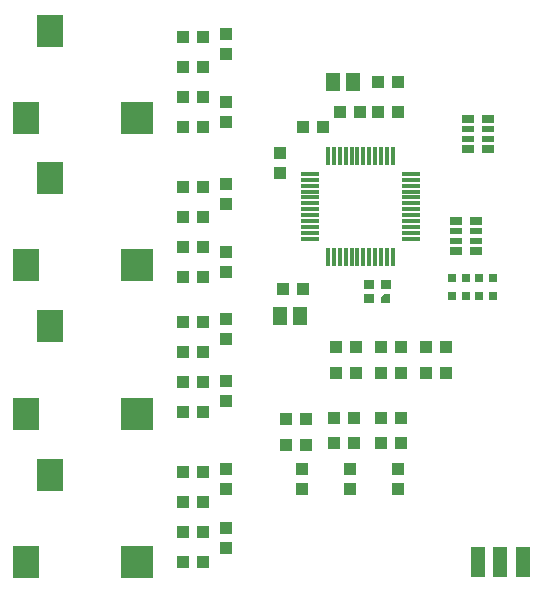
<source format=gtp>
G04 #@! TF.GenerationSoftware,KiCad,Pcbnew,(5.1.5)-3*
G04 #@! TF.CreationDate,2020-01-08T22:52:15+11:00*
G04 #@! TF.ProjectId,ATM90E36_Breakout,41544d39-3045-4333-965f-427265616b6f,rev?*
G04 #@! TF.SameCoordinates,Original*
G04 #@! TF.FileFunction,Paste,Top*
G04 #@! TF.FilePolarity,Positive*
%FSLAX46Y46*%
G04 Gerber Fmt 4.6, Leading zero omitted, Abs format (unit mm)*
G04 Created by KiCad (PCBNEW (5.1.5)-3) date 2020-01-08 22:52:15*
%MOMM*%
%LPD*%
G04 APERTURE LIST*
%ADD10C,0.100000*%
%ADD11R,2.800000X2.800000*%
%ADD12R,2.200000X2.800000*%
%ADD13R,1.000000X1.100000*%
%ADD14R,0.330200X1.498600*%
%ADD15R,1.498600X0.330200*%
%ADD16R,1.100000X1.000000*%
%ADD17R,1.300000X1.500000*%
%ADD18R,1.270000X2.540000*%
%ADD19R,0.800000X0.800000*%
%ADD20R,1.000000X0.700000*%
%ADD21R,1.000000X0.500000*%
G04 APERTURE END LIST*
D10*
G36*
X155957100Y-105078600D02*
G01*
X156207100Y-104828600D01*
X156757100Y-104828600D01*
X156757100Y-105528600D01*
X155957100Y-105528600D01*
X155957100Y-105078600D01*
G37*
G36*
X154482100Y-105553600D02*
G01*
X155332100Y-105553600D01*
X155332100Y-104803600D01*
X154482100Y-104803600D01*
X154482100Y-105553600D01*
G37*
G36*
X155932100Y-104403600D02*
G01*
X156782100Y-104403600D01*
X156782100Y-103653600D01*
X155932100Y-103653600D01*
X155932100Y-104403600D01*
G37*
G36*
X154482100Y-104403600D02*
G01*
X155332100Y-104403600D01*
X155332100Y-103653600D01*
X154482100Y-103653600D01*
X154482100Y-104403600D01*
G37*
D11*
X135300000Y-127525000D03*
D12*
X125900000Y-127525000D03*
X127900000Y-120125000D03*
D11*
X135300000Y-114952000D03*
D12*
X125900000Y-114952000D03*
X127900000Y-107552000D03*
D11*
X135300000Y-102379000D03*
D12*
X125900000Y-102379000D03*
X127900000Y-94979000D03*
D11*
X135300000Y-89933000D03*
D12*
X125900000Y-89933000D03*
X127900000Y-82533000D03*
D13*
X142805100Y-97198600D03*
X142805100Y-95498600D03*
X142805100Y-102913600D03*
X142805100Y-101213600D03*
X142805100Y-84498600D03*
X142805100Y-82798600D03*
X142805100Y-90213600D03*
X142805100Y-88513600D03*
X142805100Y-108628600D03*
X142805100Y-106928600D03*
X142805100Y-113835600D03*
X142805100Y-112135600D03*
X140861100Y-95713600D03*
X139161100Y-95713600D03*
X139161100Y-109683600D03*
X140861100Y-109683600D03*
X139161100Y-112223600D03*
X140861100Y-112223600D03*
X140861100Y-114763600D03*
X139161100Y-114763600D03*
X139161100Y-98253600D03*
X140861100Y-98253600D03*
X140861100Y-83013600D03*
X139161100Y-83013600D03*
X139161100Y-100793600D03*
X140861100Y-100793600D03*
X140861100Y-103333600D03*
X139161100Y-103333600D03*
X139161100Y-85553600D03*
X140861100Y-85553600D03*
X139161100Y-88093600D03*
X140861100Y-88093600D03*
X140861100Y-90633600D03*
X139161100Y-90633600D03*
X140861100Y-107143600D03*
X139161100Y-107143600D03*
D14*
X151466100Y-93083600D03*
X151966100Y-93083600D03*
X152466100Y-93083600D03*
X152966100Y-93083600D03*
X153466100Y-93083600D03*
X153966100Y-93083600D03*
X154466100Y-93083600D03*
X154966100Y-93083600D03*
X155466100Y-93083600D03*
X155966100Y-93083600D03*
X156466100Y-93083600D03*
X156966100Y-93083600D03*
D15*
X158516100Y-94633600D03*
X158516100Y-95133600D03*
X158516100Y-95633600D03*
X158516100Y-96133600D03*
X158516100Y-96633600D03*
X158516100Y-97133600D03*
X158516100Y-97633600D03*
X158516100Y-98133600D03*
X158516100Y-98633600D03*
X158516100Y-99133600D03*
X158516100Y-99633600D03*
X158516100Y-100133600D03*
D14*
X156966100Y-101683600D03*
X156466100Y-101683600D03*
X155966100Y-101683600D03*
X155466100Y-101683600D03*
X154966100Y-101683600D03*
X154466100Y-101683600D03*
X153966100Y-101683600D03*
X153466100Y-101683600D03*
X152966100Y-101683600D03*
X152466100Y-101683600D03*
X151966100Y-101683600D03*
X151466100Y-101683600D03*
D15*
X149916100Y-100133600D03*
X149916100Y-99633600D03*
X149916100Y-99133600D03*
X149916100Y-98633600D03*
X149916100Y-98133600D03*
X149916100Y-97633600D03*
X149916100Y-97133600D03*
X149916100Y-96633600D03*
X149916100Y-96133600D03*
X149916100Y-95633600D03*
X149916100Y-95133600D03*
X149916100Y-94633600D03*
D13*
X152115100Y-109302600D03*
X153815100Y-109302600D03*
X155925100Y-109302600D03*
X157625100Y-109302600D03*
X159735100Y-109302600D03*
X161435100Y-109302600D03*
D16*
X153815100Y-111461600D03*
X152115100Y-111461600D03*
X157625100Y-111461600D03*
X155925100Y-111461600D03*
X161435100Y-111461600D03*
X159735100Y-111461600D03*
X149370100Y-104349600D03*
X147670100Y-104349600D03*
D13*
X147377100Y-92831600D03*
X147377100Y-94531600D03*
D16*
X151021100Y-90633600D03*
X149321100Y-90633600D03*
X154196100Y-89363600D03*
X152496100Y-89363600D03*
D17*
X153561100Y-86823600D03*
X151861100Y-86823600D03*
D13*
X155671100Y-86823600D03*
X157371100Y-86823600D03*
D16*
X155671100Y-89363600D03*
X157371100Y-89363600D03*
D17*
X149116100Y-106635600D03*
X147416100Y-106635600D03*
D13*
X149624100Y-117557600D03*
X147924100Y-117557600D03*
X153688100Y-117430600D03*
X151988100Y-117430600D03*
X157625100Y-117430600D03*
X155925100Y-117430600D03*
D16*
X147924100Y-115398600D03*
X149624100Y-115398600D03*
X151988100Y-115271600D03*
X153688100Y-115271600D03*
X155925100Y-115271600D03*
X157625100Y-115271600D03*
D13*
X140861100Y-119843600D03*
X139161100Y-119843600D03*
X139161100Y-122383600D03*
X140861100Y-122383600D03*
X139161100Y-124923600D03*
X140861100Y-124923600D03*
X140861100Y-127463600D03*
X139161100Y-127463600D03*
X142805100Y-121328600D03*
X142805100Y-119628600D03*
X142805100Y-126281600D03*
X142805100Y-124581600D03*
D16*
X149282100Y-121328600D03*
X149282100Y-119628600D03*
X153346100Y-121328600D03*
X153346100Y-119628600D03*
X157410100Y-121328600D03*
X157410100Y-119628600D03*
D18*
X164141100Y-127463600D03*
X166046100Y-127463600D03*
X167951100Y-127463600D03*
D19*
X161982100Y-103472600D03*
X161982100Y-104972600D03*
X163125100Y-103472600D03*
X163125100Y-104972600D03*
X164268100Y-103472600D03*
X164268100Y-104972600D03*
X165411100Y-103472600D03*
X165411100Y-104972600D03*
D20*
X164991100Y-89968600D03*
D21*
X164991100Y-90868600D03*
X164991100Y-91668600D03*
D20*
X164991100Y-92568600D03*
X163291100Y-92568600D03*
D21*
X163291100Y-91668600D03*
X163291100Y-90868600D03*
D20*
X163291100Y-89968600D03*
X162275100Y-101204600D03*
D21*
X162275100Y-100304600D03*
X162275100Y-99504600D03*
D20*
X162275100Y-98604600D03*
X163975100Y-98604600D03*
D21*
X163975100Y-99504600D03*
X163975100Y-100304600D03*
D20*
X163975100Y-101204600D03*
M02*

</source>
